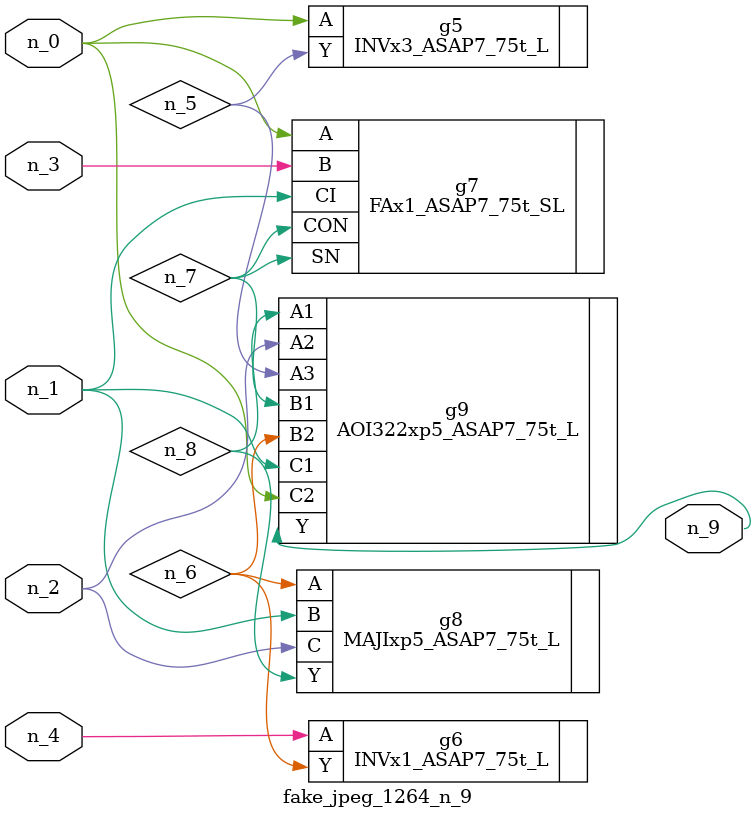
<source format=v>
module fake_jpeg_1264_n_9 (n_3, n_2, n_1, n_0, n_4, n_9);

input n_3;
input n_2;
input n_1;
input n_0;
input n_4;

output n_9;

wire n_8;
wire n_6;
wire n_5;
wire n_7;

INVx3_ASAP7_75t_L g5 ( 
.A(n_0),
.Y(n_5)
);

INVx1_ASAP7_75t_L g6 ( 
.A(n_4),
.Y(n_6)
);

FAx1_ASAP7_75t_SL g7 ( 
.A(n_0),
.B(n_3),
.CI(n_1),
.CON(n_7),
.SN(n_7)
);

MAJIxp5_ASAP7_75t_L g8 ( 
.A(n_6),
.B(n_1),
.C(n_2),
.Y(n_8)
);

AOI322xp5_ASAP7_75t_L g9 ( 
.A1(n_8),
.A2(n_2),
.A3(n_5),
.B1(n_7),
.B2(n_6),
.C1(n_1),
.C2(n_0),
.Y(n_9)
);


endmodule
</source>
